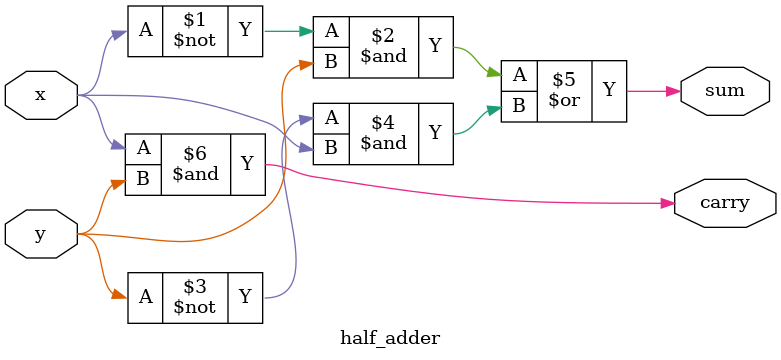
<source format=v>
`timescale 1ns / 1ps


module half_adder(
    input x,y,
    output sum,carry
    );
    assign sum = (~x&y)|(~y&x);
    assign carry = x&y;
endmodule

</source>
